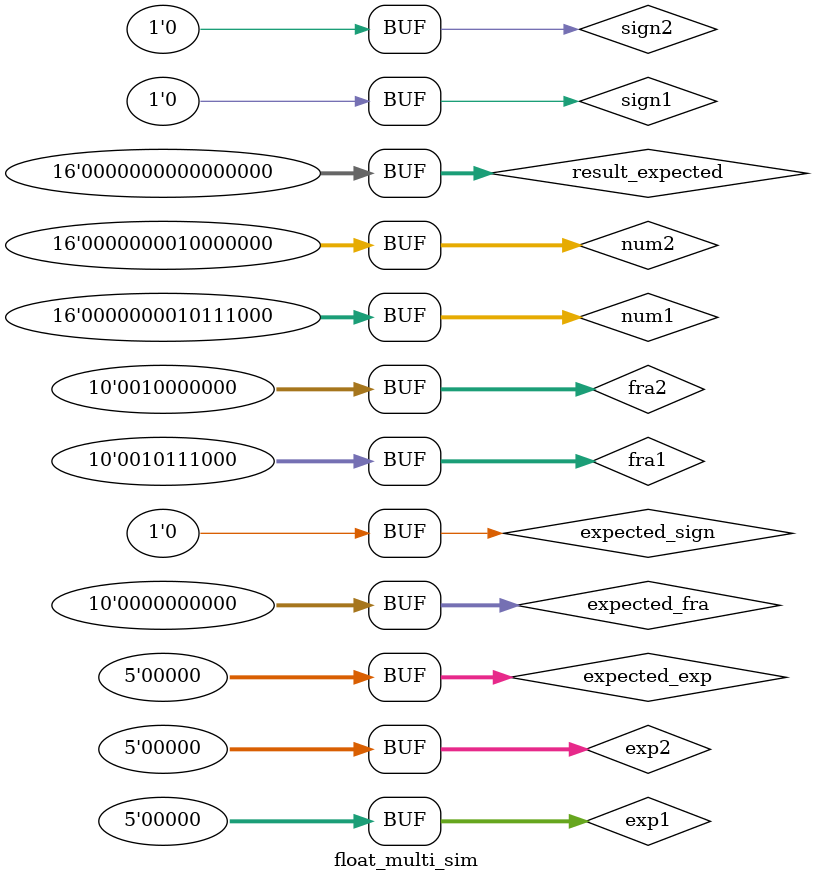
<source format=v>
`timescale 1ns / 1ps

module float_multi_sim();

  reg [9:0] fra1, fra2;
  reg sign1, sign2;
  reg [4:0] exp1, exp2;
  wire [15:0] result, num1, num2;
  wire overflow, zero, precisionLost;
  wire [9:0] res_fra, expected_fra;
  wire res_sign, nan, expected_sign;
  wire [4:0] res_exp, expected_exp;
  reg [15:0] result_expected;

  assign {res_sign, res_exp, res_fra} = result;
  assign num1 = {sign1, exp1, fra1};
  assign num2 = {sign2, exp2, fra2};

  float_multi uut(num1, num2, result, overflow, zero, nan, precisionLost);
  wire correct;

  assign correct = result == result_expected;
  assign {expected_sign,expected_exp,expected_fra} = result_expected;

  initial
    begin//Buggy cases
      {sign1, exp1, fra1} = 16'h4689;
      {sign2, exp2, fra2} = 16'h0025;
      result_expected = 16'h00f2;
      #100
      {sign1, exp1, fra1} = 16'h4489;
      {sign2, exp2, fra2} = 16'h001d;
      result_expected = 16'h0084;
      #100
      {sign1, exp1, fra1} = 16'h1234;
      {sign2, exp2, fra2} = 16'h9876;
      result_expected = 16'h801b;
      #100
      {sign1, exp1, fra1} = 16'h8216;
      {sign2, exp2, fra2} = 16'h20be;
      result_expected = 16'h8004;
      #100
      //Multipcation with precision lost
      sign1 = 0;
      sign2 = 0;
      exp1 = 21;
      exp2 = 4;
      fra1 = 10'b10100101;
      fra2 = 10'b11001100;
      result_expected = 16'h2992;
      #100
      //Multipcation without precision lost
      sign1 = 0;
      sign2 = 0;
      exp1 = 4;
      exp2 = 4;
      fra1 = 10'b10100000;
      fra2 = 10'b01100000;
      result_expected = 16'h5;
      #100
      //Multipcation without precision lost diffrent signs
      sign1 = 1;
      sign2 = 0;
      exp1 = 16;
      exp2 = 7;
      fra1 = 10'b10110000;
      fra2 = 10'b11000000;
      result_expected = 16'ha191;
      #100
      //Multipcation with Zero
      sign1 = 0;
      sign2 = 0;
      exp1 = 16;
      exp2 = 0;
      fra1 = 10'b10110000;
      fra2 = 10'b00000000;
      result_expected = 16'h0;
      #100
      //Multipcation with Infinite
      sign1 = 0;
      sign2 = 0;
      exp1 = 16;
      exp2 = 5'b11111;
      fra1 = 10'b10110000;
      fra2 = 10'b00000000;
      result_expected = 16'h7c00;
      #100
      //Overflow
      sign1 = 0;
      sign2 = 0;
      exp1 = 16;
      exp2 = 20;
      fra1 = 10'b10110000;
      fra2 = 10'b01011000;
      result_expected = 16'h5517;
      #100
      //Multipcation of 1 subnormal, 1 normal
      sign1 = 0;
      sign2 = 0;
      exp1 = 0;
      exp2 = 20;
      fra1 = 10'b11100000;
      fra2 = 10'b01100000;
      result_expected = 16'hfa8;
      #100
      //Multipcation of 2 subnormal
      sign1 = 0;
      sign2 = 0;
      exp1 = 0;
      exp2 = 0;
      fra1 = 10'b10111000;
      fra2 = 10'b10000000;
      result_expected = 16'h0;
    end
    
endmodule
</source>
